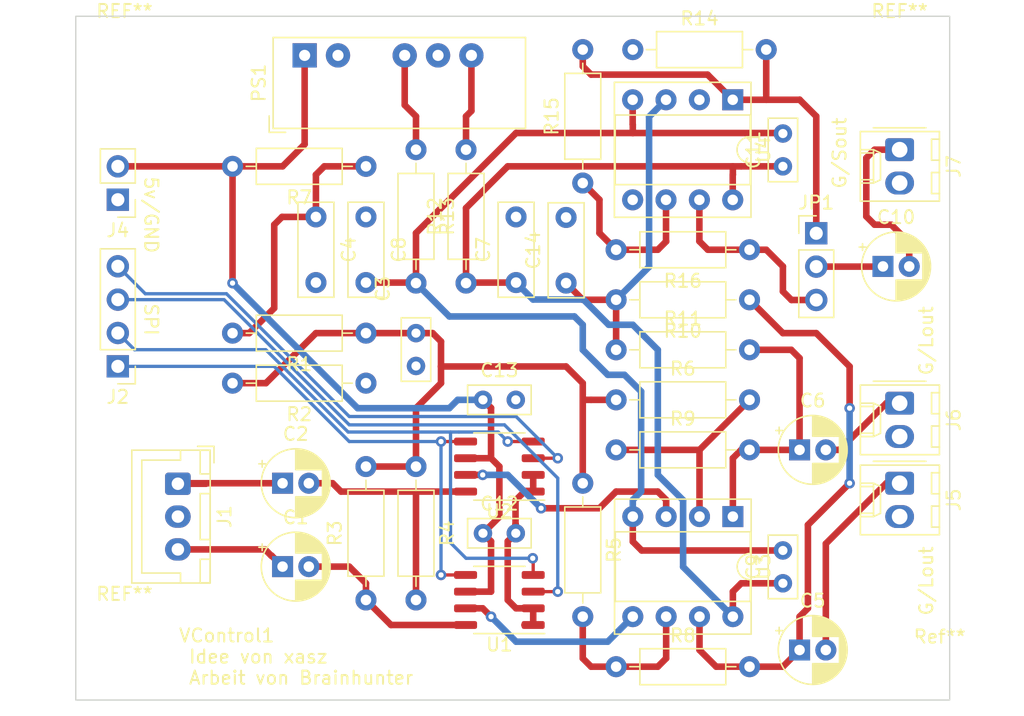
<source format=kicad_pcb>
(kicad_pcb (version 20211014) (generator pcbnew)
  (layers (0 "F.Cu" signal) (31 "B.Cu" signal) (34 "B.Paste" user) (35 "F.Paste" user) (36 "B.SilkS" user "B.Silkscreen") (37 "F.SilkS" user "F.Silkscreen") (38 "B.Mask" user) (39 "F.Mask" user) (44 "Edge.Cuts" user))
  (net 0 "")
  (net 1 "Net-(C1-Pad1)")
  (net 2 "Net-(C1-Pad2)")
  (net 3 "Net-(C2-Pad1)")
  (net 4 "Net-(C2-Pad2)")
  (net 5 "mid")
  (net 6 "GND")
  (net 7 "+5VA")
  (net 8 "Net-(C5-Pad1)")
  (net 9 "Net-(C5-Pad2)")
  (net 10 "Net-(C6-Pad1)")
  (net 11 "Net-(C6-Pad2)")
  (net 12 "+12VA")
  (net 13 "-12VA")
  (net 14 "Net-(C10-Pad1)")
  (net 15 "Net-(C10-Pad2)")
  (net 16 "+5V")
  (net 17 "Net-(PS1-Pad4)")
  (net 18 "Net-(PS1-Pad6)")
  (net 19 "Net-(R5-Pad2)")
  (net 20 "Net-(R6-Pad2)")
  (net 21 "Net-(R10-Pad2)")
  (net 22 "Net-(U1-Pad7)")
  (net 23 "Net-(U2-Pad7)")
  (net 24 "/CLK")
  (net 25 "/CS1")
  (net 26 "/CS2")
  (net 27 "/SDI")
  (net 28 "Net-(U4-Pad7)")
  (net 29 "Net-(U4-Pad6)")
  (net 30 "Net-(R15-Pad2)")
  (footprint "Package_DIP:DIP-8_W7.62mm_Socket" (layer "F.Cu") (at 75.282 52.9 -90)
    (fp_text reference "U3" (at 3.81 -2.33 -270) (layer "F.SilkS"))
    (fp_text value "TL082")
    (pad "1" thru_hole rect locked (at 0 0 270) (size 1.6 1.6) (drill 0.8) (layers *.Cu *.Mask) (net 10 "Net-(C6-Pad1)"))
    (pad "2" thru_hole oval locked (at 0 2.54 270) (size 1.6 1.6) (drill 0.8) (layers *.Cu *.Mask) (net 20 "Net-(R6-Pad2)"))
    (pad "3" thru_hole oval locked (at 0 5.08 270) (size 1.6 1.6) (drill 0.8) (layers *.Cu *.Mask) (net 23 "Net-(U2-Pad7)"))
    (pad "4" thru_hole oval locked (at 0 7.62 270) (size 1.6 1.6) (drill 0.8) (layers *.Cu *.Mask) (net 13 "-12VA"))
    (pad "5" thru_hole oval locked (at 7.62 7.62 270) (size 1.6 1.6) (drill 0.8) (layers *.Cu *.Mask) (net 22 "Net-(U1-Pad7)"))
    (pad "6" thru_hole oval locked (at 7.62 5.08 270) (size 1.6 1.6) (drill 0.8) (layers *.Cu *.Mask) (net 19 "Net-(R5-Pad2)"))
    (pad "7" thru_hole oval locked (at 7.62 2.54 270) (size 1.6 1.6) (drill 0.8) (layers *.Cu *.Mask) (net 8 "Net-(C5-Pad1)"))
    (pad "8" thru_hole oval locked (at 7.62 0 270) (size 1.6 1.6) (drill 0.8) (layers *.Cu *.Mask) (net 12 "+12VA"))
  )
  (footprint "Capacitor_THT:C_Rect_L4.6mm_W2.0mm_P2.50mm_MKS02_FKP02" (layer "F.Cu") (at 56.252 44.01)
    (fp_text reference "C13" (at 1.25 -2.25) (layer "F.SilkS"))
    (fp_text value "100n")
    (pad "1" thru_hole circle locked (at 0 0) (size 1.4 1.4) (drill 0.7) (layers *.Cu *.Mask) (net 16 "+5V"))
    (pad "2" thru_hole circle locked (at 2.5 0) (size 1.4 1.4) (drill 0.7) (layers *.Cu *.Mask) (net 6 "GND"))
  )
  (footprint "Resistor_THT:R_Axial_DIN0207_L6.3mm_D2.5mm_P10.16mm_Horizontal" (layer "F.Cu") (at 66.392 64.33)
    (fp_text reference "R8" (at 5.08 -2.37) (layer "F.SilkS"))
    (fp_text value "47k")
    (pad "1" thru_hole circle locked (at 0 0) (size 1.6 1.6) (drill 0.8) (layers *.Cu *.Mask) (net 19 "Net-(R5-Pad2)"))
    (pad "2" thru_hole oval locked (at 10.16 0) (size 1.6 1.6) (drill 0.8) (layers *.Cu *.Mask) (net 8 "Net-(C5-Pad1)"))
  )
  (footprint "Connector_PinHeader_2.54mm:PinHeader_1x03_P2.54mm_Vertical" (layer "F.Cu") (at 81.632 31.325)
    (fp_text reference "JP1" (at 0 -2.33) (layer "F.SilkS"))
    (fp_text value "Sub out invert select")
    (pad "1" thru_hole rect locked (at 0 0) (size 1.7 1.7) (drill 1) (layers *.Cu *.Mask) (net 30 "Net-(R15-Pad2)"))
    (pad "2" thru_hole oval locked (at 0 2.54) (size 1.7 1.7) (drill 1) (layers *.Cu *.Mask) (net 14 "Net-(C10-Pad1)"))
    (pad "3" thru_hole oval locked (at 0 5.08) (size 1.7 1.7) (drill 1) (layers *.Cu *.Mask) (net 28 "Net-(U4-Pad7)"))
  )
  (footprint "Resistor_THT:R_Axial_DIN0207_L6.3mm_D2.5mm_P10.16mm_Horizontal" (layer "F.Cu") (at 76.552 36.39 180)
    (fp_text reference "R10" (at 5.08 -2.37) (layer "F.SilkS"))
    (fp_text value "20K")
    (pad "1" thru_hole circle locked (at 0 0 180) (size 1.6 1.6) (drill 0.8) (layers *.Cu *.Mask) (net 8 "Net-(C5-Pad1)"))
    (pad "2" thru_hole oval locked (at 10.16 0 180) (size 1.6 1.6) (drill 0.8) (layers *.Cu *.Mask) (net 21 "Net-(R10-Pad2)"))
  )
  (footprint "Resistor_THT:R_Axial_DIN0207_L6.3mm_D2.5mm_P10.16mm_Horizontal" (layer "F.Cu") (at 66.392 44.01)
    (fp_text reference "R6" (at 5.08 -2.37) (layer "F.SilkS"))
    (fp_text value "12k")
    (pad "1" thru_hole circle locked (at 0 0) (size 1.6 1.6) (drill 0.8) (layers *.Cu *.Mask) (net 5 "mid"))
    (pad "2" thru_hole oval locked (at 10.16 0) (size 1.6 1.6) (drill 0.8) (layers *.Cu *.Mask) (net 20 "Net-(R6-Pad2)"))
  )
  (footprint "Resistor_THT:R_Axial_DIN0207_L6.3mm_D2.5mm_P10.16mm_Horizontal" (layer "F.Cu") (at 67.662 17.34)
    (fp_text reference "R14" (at 5.08 -2.37) (layer "F.SilkS"))
    (fp_text value "10K")
    (pad "1" thru_hole circle locked (at 0 0) (size 1.6 1.6) (drill 0.8) (layers *.Cu *.Mask) (net 6 "GND"))
    (pad "2" thru_hole oval locked (at 10.16 0) (size 1.6 1.6) (drill 0.8) (layers *.Cu *.Mask) (net 30 "Net-(R15-Pad2)"))
  )
  (footprint "Capacitor_THT:CP_Radial_D5.0mm_P2.00mm" (layer "F.Cu") (at 80.362 47.82)
    (fp_text reference "C6" (at 1 -3.75) (layer "F.SilkS"))
    (fp_text value "C_Polarized 10µF 50V")
    (pad "1" thru_hole rect locked (at 0 0) (size 1.6 1.6) (drill 0.8) (layers *.Cu *.Mask) (net 10 "Net-(C6-Pad1)"))
    (pad "2" thru_hole circle locked (at 2 0) (size 1.6 1.6) (drill 0.8) (layers *.Cu *.Mask) (net 11 "Net-(C6-Pad2)"))
  )
  (footprint "Connector_JST:JST_XH_B3B-XH-A_1x03_P2.50mm_Vertical" (layer "F.Cu") (at 33.02 50.4 -90)
    (fp_text reference "J1" (at 2.5 -3.55 90) (layer "F.SilkS"))
    (fp_text value "Input R/GND/L")
    (pad "1" thru_hole roundrect locked (at 0 0 270) (size 1.7 1.95) (drill 0.95) (layers *.Cu *.Mask) (roundrect_rratio 0.147059) (net 3 "Net-(C2-Pad1)"))
    (pad "2" thru_hole oval locked (at 2.5 0 270) (size 1.7 1.95) (drill 0.95) (layers *.Cu *.Mask) (net 6 "GND"))
    (pad "3" thru_hole oval locked (at 5 0 270) (size 1.7 1.95) (drill 0.95) (layers *.Cu *.Mask) (net 1 "Net-(C1-Pad1)"))
  )
  (footprint "Connector_PinHeader_2.54mm:PinHeader_1x02_P2.54mm_Vertical" (layer "F.Cu") (at 28.448 28.77 180)
    (fp_text reference "J4" (at 0 -2.33) (layer "F.SilkS"))
    (fp_text value "5V Supply")
    (pad "1" thru_hole rect locked (at 0 0 180) (size 1.7 1.7) (drill 1) (layers *.Cu *.Mask) (net 6 "GND"))
    (pad "2" thru_hole oval locked (at 0 2.54 180) (size 1.7 1.7) (drill 1) (layers *.Cu *.Mask) (net 16 "+5V"))
  )
  (footprint "Connector_PinHeader_2.54mm:PinHeader_1x04_P2.54mm_Vertical" (layer "F.Cu") (at 28.448 41.46 180)
    (fp_text reference "J2" (at 0 -2.33) (layer "F.SilkS"))
    (fp_text value "SPI")
    (pad "1" thru_hole rect locked (at 0 0 180) (size 1.7 1.7) (drill 1) (layers *.Cu *.Mask) (net 24 "/CLK"))
    (pad "2" thru_hole oval locked (at 0 2.54 180) (size 1.7 1.7) (drill 1) (layers *.Cu *.Mask) (net 27 "/SDI"))
    (pad "3" thru_hole oval locked (at 0 5.08 180) (size 1.7 1.7) (drill 1) (layers *.Cu *.Mask) (net 25 "/CS1"))
    (pad "4" thru_hole oval locked (at 0 7.62 180) (size 1.7 1.7) (drill 1) (layers *.Cu *.Mask) (net 26 "/CS2"))
  )
  (footprint "Connector_Molex:Molex_KK-254_AE-6410-02A_1x02_P2.54mm_Vertical" (layer "F.Cu") (at 87.982 24.96 -90)
    (fp_text reference "J7" (at 1.27 -4.12 90) (layer "F.SilkS"))
    (fp_text value "SubOut")
    (pad "1" thru_hole roundrect locked (at 0 0 270) (size 1.74 2.19) (drill 1.19) (layers *.Cu *.Mask) (roundrect_rratio 0.143678) (net 15 "Net-(C10-Pad2)"))
    (pad "2" thru_hole oval locked (at 2.54 0 270) (size 1.74 2.19) (drill 1.19) (layers *.Cu *.Mask) (net 6 "GND"))
  )
  (footprint "Capacitor_THT:C_Rect_L7.0mm_W2.5mm_P5.00mm" (layer "F.Cu") (at 43.532 30.08 -90)
    (fp_text reference "C4" (at 2.5 -2.5 -270) (layer "F.SilkS"))
    (fp_text value "1u")
    (pad "1" thru_hole circle locked (at 0 0 270) (size 1.6 1.6) (drill 0.8) (layers *.Cu *.Mask) (net 7 "+5VA"))
    (pad "2" thru_hole circle locked (at 5 0 270) (size 1.6 1.6) (drill 0.8) (layers *.Cu *.Mask) (net 6 "GND"))
  )
  (footprint "Connector_Molex:Molex_KK-254_AE-6410-02A_1x02_P2.54mm_Vertical" (layer "F.Cu") (at 87.982 50.36 -90)
    (fp_text reference "J5" (at 1.27 -4.12 90) (layer "F.SilkS"))
    (fp_text value "Lout")
    (pad "1" thru_hole roundrect locked (at 0 0 270) (size 1.74 2.19) (drill 1.19) (layers *.Cu *.Mask) (roundrect_rratio 0.143678) (net 9 "Net-(C5-Pad2)"))
    (pad "2" thru_hole oval locked (at 2.54 0 270) (size 1.74 2.19) (drill 1.19) (layers *.Cu *.Mask) (net 6 "GND"))
  )
  (footprint "Capacitor_THT:C_Rect_L4.6mm_W2.0mm_P2.50mm_MKS02_FKP02" (layer "F.Cu") (at 56.252 54.17)
    (fp_text reference "C12" (at 1.25 -2.25) (layer "F.SilkS"))
    (fp_text value "100n")
    (pad "1" thru_hole circle locked (at 0 0) (size 1.4 1.4) (drill 0.7) (layers *.Cu *.Mask) (net 16 "+5V"))
    (pad "2" thru_hole circle locked (at 2.5 0) (size 1.4 1.4) (drill 0.7) (layers *.Cu *.Mask) (net 6 "GND"))
  )
  (footprint "Capacitor_THT:CP_Radial_D5.0mm_P2.00mm" (layer "F.Cu") (at 80.362 63.06)
    (fp_text reference "C5" (at 1 -3.75) (layer "F.SilkS"))
    (fp_text value "C_Polarized 10µF 50V")
    (pad "1" thru_hole rect locked (at 0 0) (size 1.6 1.6) (drill 0.8) (layers *.Cu *.Mask) (net 8 "Net-(C5-Pad1)"))
    (pad "2" thru_hole circle locked (at 2 0) (size 1.6 1.6) (drill 0.8) (layers *.Cu *.Mask) (net 9 "Net-(C5-Pad2)"))
  )
  (footprint "Capacitor_THT:C_Rect_L7.0mm_W2.5mm_P5.00mm" (layer "F.Cu") (at 47.342 30.08 -90)
    (fp_text reference "C8" (at 2.5 -2.5 90) (layer "F.SilkS"))
    (fp_text value "1u")
    (pad "1" thru_hole circle locked (at 0 0 270) (size 1.6 1.6) (drill 0.8) (layers *.Cu *.Mask) (net 6 "GND"))
    (pad "2" thru_hole circle locked (at 5 0 270) (size 1.6 1.6) (drill 0.8) (layers *.Cu *.Mask) (net 13 "-12VA"))
  )
  (footprint "Package_SO:SO-8_3.9x4.9mm_P1.27mm" (layer "F.Cu") (at 57.502 49.09 180)
    (fp_text reference "U2" (at 0 -3.4) (layer "F.SilkS"))
    (fp_text value "AD8400ARZ100")
    (pad "1" smd roundrect locked (at -2.575 -1.905 180) (size 1.75 0.6) (layers "F.Cu" "F.Paste" "F.Mask") (net 6 "GND"))
    (pad "2" smd roundrect locked (at -2.575 -0.635 180) (size 1.75 0.6) (layers "F.Cu" "F.Paste" "F.Mask") (net 6 "GND"))
    (pad "3" smd roundrect locked (at -2.575 0.635 180) (size 1.75 0.6) (layers "F.Cu" "F.Paste" "F.Mask") (net 26 "/CS2"))
    (pad "4" smd roundrect locked (at -2.575 1.905 180) (size 1.75 0.6) (layers "F.Cu" "F.Paste" "F.Mask") (net 27 "/SDI"))
    (pad "5" smd roundrect locked (at 2.575 1.905 180) (size 1.75 0.6) (layers "F.Cu" "F.Paste" "F.Mask") (net 24 "/CLK"))
    (pad "6" smd roundrect locked (at 2.575 0.635 180) (size 1.75 0.6) (layers "F.Cu" "F.Paste" "F.Mask") (net 16 "+5V"))
    (pad "7" smd roundrect locked (at 2.575 -0.635 180) (size 1.75 0.6) (layers "F.Cu" "F.Paste" "F.Mask") (net 23 "Net-(U2-Pad7)"))
    (pad "8" smd roundrect locked (at 2.575 -1.905 180) (size 1.75 0.6) (layers "F.Cu" "F.Paste" "F.Mask") (net 4 "Net-(C2-Pad2)"))
  )
  (footprint "Resistor_THT:R_Axial_DIN0207_L6.3mm_D2.5mm_P10.16mm_Horizontal" (layer "F.Cu") (at 63.852 27.5 90)
    (fp_text reference "R15" (at 5.08 -2.37 90) (layer "F.SilkS"))
    (fp_text value "10K")
    (pad "1" thru_hole circle locked (at 0 0 90) (size 1.6 1.6) (drill 0.8) (layers *.Cu *.Mask) (net 29 "Net-(U4-Pad6)"))
    (pad "2" thru_hole oval locked (at 10.16 0 90) (size 1.6 1.6) (drill 0.8) (layers *.Cu *.Mask) (net 30 "Net-(R15-Pad2)"))
  )
  (footprint "Capacitor_THT:C_Rect_L7.0mm_W2.5mm_P5.00mm" (layer "F.Cu") (at 62.582 35.12 90)
    (fp_text reference "C14" (at 2.5 -2.5 90) (layer "F.SilkS"))
    (fp_text value "n.b.")
    (pad "1" thru_hole circle locked (at 0 0 90) (size 1.6 1.6) (drill 0.8) (layers *.Cu *.Mask) (net 21 "Net-(R10-Pad2)"))
    (pad "2" thru_hole circle locked (at 5 0 90) (size 1.6 1.6) (drill 0.8) (layers *.Cu *.Mask) (net 6 "GND"))
  )
  (footprint "Package_DIP:DIP-8_W7.62mm_Socket" (layer "F.Cu") (at 75.272 21.16 -90)
    (fp_text reference "U4" (at 3.81 -2.33 90) (layer "F.SilkS"))
    (fp_text value "TL082")
    (pad "1" thru_hole rect locked (at 0 0 270) (size 1.6 1.6) (drill 0.8) (layers *.Cu *.Mask) (net 30 "Net-(R15-Pad2)"))
    (pad "2" thru_hole oval locked (at 0 2.54 270) (size 1.6 1.6) (drill 0.8) (layers *.Cu *.Mask) (net 6 "GND"))
    (pad "3" thru_hole oval locked (at 0 5.08 270) (size 1.6 1.6) (drill 0.8) (layers *.Cu *.Mask) (net 21 "Net-(R10-Pad2)"))
    (pad "4" thru_hole oval locked (at 0 7.62 270) (size 1.6 1.6) (drill 0.8) (layers *.Cu *.Mask) (net 13 "-12VA"))
    (pad "5" thru_hole oval locked (at 7.62 7.62 270) (size 1.6 1.6) (drill 0.8) (layers *.Cu *.Mask) (net 6 "GND"))
    (pad "6" thru_hole oval locked (at 7.62 5.08 270) (size 1.6 1.6) (drill 0.8) (layers *.Cu *.Mask) (net 29 "Net-(U4-Pad6)"))
    (pad "7" thru_hole oval locked (at 7.62 2.54 270) (size 1.6 1.6) (drill 0.8) (layers *.Cu *.Mask) (net 28 "Net-(U4-Pad7)"))
    (pad "8" thru_hole oval locked (at 7.62 0 270) (size 1.6 1.6) (drill 0.8) (layers *.Cu *.Mask) (net 12 "+12VA"))
  )
  (footprint "Capacitor_THT:CP_Radial_D5.0mm_P2.00mm" (layer "F.Cu") (at 40.992 56.71)
    (fp_text reference "C1" (at 1 -3.75) (layer "F.SilkS"))
    (fp_text value "C_Polarized 10µF 50V")
    (pad "1" thru_hole rect locked (at 0 0) (size 1.6 1.6) (drill 0.8) (layers *.Cu *.Mask) (net 1 "Net-(C1-Pad1)"))
    (pad "2" thru_hole circle locked (at 2 0) (size 1.6 1.6) (drill 0.8) (layers *.Cu *.Mask) (net 2 "Net-(C1-Pad2)"))
  )
  (footprint "Capacitor_THT:CP_Radial_D5.0mm_P2.00mm" (layer "F.Cu") (at 40.992 50.36)
    (fp_text reference "C2" (at 1 -3.75) (layer "F.SilkS"))
    (fp_text value "C_Polarized 10µF 50V")
    (pad "1" thru_hole rect locked (at 0 0) (size 1.6 1.6) (drill 0.8) (layers *.Cu *.Mask) (net 3 "Net-(C2-Pad1)"))
    (pad "2" thru_hole circle locked (at 2 0) (size 1.6 1.6) (drill 0.8) (layers *.Cu *.Mask) (net 4 "Net-(C2-Pad2)"))
  )
  (footprint "Resistor_THT:R_Axial_DIN0207_L6.3mm_D2.5mm_P10.16mm_Horizontal" (layer "F.Cu") (at 66.392 40.2)
    (fp_text reference "R11" (at 5.08 -2.37) (layer "F.SilkS"))
    (fp_text value "20K")
    (pad "1" thru_hole circle locked (at 0 0) (size 1.6 1.6) (drill 0.8) (layers *.Cu *.Mask) (net 21 "Net-(R10-Pad2)"))
    (pad "2" thru_hole oval locked (at 10.16 0) (size 1.6 1.6) (drill 0.8) (layers *.Cu *.Mask) (net 10 "Net-(C6-Pad1)"))
  )
  (footprint "Resistor_THT:R_Axial_DIN0207_L6.3mm_D2.5mm_P10.16mm_Horizontal" (layer "F.Cu") (at 47.342 59.25 90)
    (fp_text reference "R3" (at 5.08 -2.37 90) (layer "F.SilkS"))
    (fp_text value "100k")
    (pad "1" thru_hole circle locked (at 0 0 90) (size 1.6 1.6) (drill 0.8) (layers *.Cu *.Mask) (net 2 "Net-(C1-Pad2)"))
    (pad "2" thru_hole oval locked (at 10.16 0 90) (size 1.6 1.6) (drill 0.8) (layers *.Cu *.Mask) (net 5 "mid"))
  )
  (footprint "Resistor_THT:R_Axial_DIN0207_L6.3mm_D2.5mm_P10.16mm_Horizontal" (layer "F.Cu") (at 54.962 35.12 90)
    (fp_text reference "R12" (at 5.08 -2.37 90) (layer "F.SilkS"))
    (fp_text value "100")
    (pad "1" thru_hole circle locked (at 0 0 90) (size 1.6 1.6) (drill 0.8) (layers *.Cu *.Mask) (net 12 "+12VA"))
    (pad "2" thru_hole oval locked (at 10.16 0 90) (size 1.6 1.6) (drill 0.8) (layers *.Cu *.Mask) (net 18 "Net-(PS1-Pad6)"))
  )
  (footprint "MountingHole:MountingHole_3.2mm_M3" (layer "F.Cu") (at 87.982 63.06)
    (fp_text reference "Ref**" (at 3.048 -1.016) (layer "F.SilkS"))
    (fp_text value "MountingHole_3.2mm_M3")
    (pad "" np_thru_hole circle locked (at 0 0) (size 3.2 3.2) (drill 3.2) (layers *.Cu *.Mask))
  )
  (footprint "Package_SO:SO-8_3.9x4.9mm_P1.27mm" (layer "F.Cu") (at 57.502 59.25 180)
    (fp_text reference "U1" (at 0 -3.4) (layer "F.SilkS"))
    (fp_text value "AD8400ARZ100")
    (pad "1" smd roundrect locked (at -2.575 -1.905 180) (size 1.75 0.6) (layers "F.Cu" "F.Paste" "F.Mask") (net 6 "GND"))
    (pad "2" smd roundrect locked (at -2.575 -0.635 180) (size 1.75 0.6) (layers "F.Cu" "F.Paste" "F.Mask") (net 6 "GND"))
    (pad "3" smd roundrect locked (at -2.575 0.635 180) (size 1.75 0.6) (layers "F.Cu" "F.Paste" "F.Mask") (net 25 "/CS1"))
    (pad "4" smd roundrect locked (at -2.575 1.905 180) (size 1.75 0.6) (layers "F.Cu" "F.Paste" "F.Mask") (net 27 "/SDI"))
    (pad "5" smd roundrect locked (at 2.575 1.905 180) (size 1.75 0.6) (layers "F.Cu" "F.Paste" "F.Mask") (net 24 "/CLK"))
    (pad "6" smd roundrect locked (at 2.575 0.635 180) (size 1.75 0.6) (layers "F.Cu" "F.Paste" "F.Mask") (net 16 "+5V"))
    (pad "7" smd roundrect locked (at 2.575 -0.635 180) (size 1.75 0.6) (layers "F.Cu" "F.Paste" "F.Mask") (net 22 "Net-(U1-Pad7)"))
    (pad "8" smd roundrect locked (at 2.575 -1.905 180) (size 1.75 0.6) (layers "F.Cu" "F.Paste" "F.Mask") (net 2 "Net-(C1-Pad2)"))
  )
  (footprint "Resistor_THT:R_Axial_DIN0207_L6.3mm_D2.5mm_P10.16mm_Horizontal" (layer "F.Cu") (at 76.552 32.58 180)
    (fp_text reference "R16" (at 5.08 -2.37) (layer "F.SilkS"))
    (fp_text value "10K")
    (pad "1" thru_hole circle locked (at 0 0 180) (size 1.6 1.6) (drill 0.8) (layers *.Cu *.Mask) (net 28 "Net-(U4-Pad7)"))
    (pad "2" thru_hole oval locked (at 10.16 0 180) (size 1.6 1.6) (drill 0.8) (layers *.Cu *.Mask) (net 29 "Net-(U4-Pad6)"))
  )
  (footprint "Connector_Molex:Molex_KK-254_AE-6410-02A_1x02_P2.54mm_Vertical" (layer "F.Cu") (at 87.982 44.264 -90)
    (fp_text reference "J6" (at 1.27 -4.12 90) (layer "F.SilkS"))
    (fp_text value "Rout")
    (pad "1" thru_hole roundrect locked (at 0 0 270) (size 1.74 2.19) (drill 1.19) (layers *.Cu *.Mask) (roundrect_rratio 0.143678) (net 11 "Net-(C6-Pad2)"))
    (pad "2" thru_hole oval locked (at 2.54 0 270) (size 1.74 2.19) (drill 1.19) (layers *.Cu *.Mask) (net 6 "GND"))
  )
  (footprint "Resistor_THT:R_Axial_DIN0207_L6.3mm_D2.5mm_P10.16mm_Horizontal" (layer "F.Cu") (at 47.342 38.93 180)
    (fp_text reference "R1" (at 5.08 -2.37) (layer "F.SilkS"))
    (fp_text value "100k")
    (pad "1" thru_hole circle locked (at 0 0 180) (size 1.6 1.6) (drill 0.8) (layers *.Cu *.Mask) (net 5 "mid"))
    (pad "2" thru_hole oval locked (at 10.16 0 180) (size 1.6 1.6) (drill 0.8) (layers *.Cu *.Mask) (net 7 "+5VA"))
  )
  (footprint "Resistor_THT:R_Axial_DIN0207_L6.3mm_D2.5mm_P10.16mm_Horizontal" (layer "F.Cu") (at 51.152 24.96 -90)
    (fp_text reference "R13" (at 5.08 -2.37 90) (layer "F.SilkS"))
    (fp_text value "100")
    (pad "1" thru_hole circle locked (at 0 0 270) (size 1.6 1.6) (drill 0.8) (layers *.Cu *.Mask) (net 17 "Net-(PS1-Pad4)"))
    (pad "2" thru_hole oval locked (at 10.16 0 270) (size 1.6 1.6) (drill 0.8) (layers *.Cu *.Mask) (net 13 "-12VA"))
  )
  (footprint "Resistor_THT:R_Axial_DIN0207_L6.3mm_D2.5mm_P10.16mm_Horizontal" (layer "F.Cu") (at 47.342 42.74 180)
    (fp_text reference "R2" (at 5.08 -2.37) (layer "F.SilkS"))
    (fp_text value "100k")
    (pad "1" thru_hole circle locked (at 0 0 180) (size 1.6 1.6) (drill 0.8) (layers *.Cu *.Mask) (net 6 "GND"))
    (pad "2" thru_hole oval locked (at 10.16 0 180) (size 1.6 1.6) (drill 0.8) (layers *.Cu *.Mask) (net 5 "mid"))
  )
  (footprint "Resistor_THT:R_Axial_DIN0207_L6.3mm_D2.5mm_P10.16mm_Horizontal" (layer "F.Cu") (at 63.852 50.36 -90)
    (fp_text reference "R5" (at 5.08 -2.37 90) (layer "F.SilkS"))
    (fp_text value "12k")
    (pad "1" thru_hole circle locked (at 0 0 270) (size 1.6 1.6) (drill 0.8) (layers *.Cu *.Mask) (net 5 "mid"))
    (pad "2" thru_hole oval locked (at 10.16 0 270) (size 1.6 1.6) (drill 0.8) (layers *.Cu *.Mask) (net 19 "Net-(R5-Pad2)"))
  )
  (footprint "Capacitor_THT:C_Rect_L4.6mm_W2.0mm_P2.50mm_MKS02_FKP02" (layer "F.Cu") (at 51.152 38.93 -90)
    (fp_text reference "C3" (at -3.3728 2.5252 90) (layer "F.SilkS"))
    (fp_text value "100n")
    (pad "1" thru_hole circle locked (at 0 0 270) (size 1.4 1.4) (drill 0.7) (layers *.Cu *.Mask) (net 5 "mid"))
    (pad "2" thru_hole circle locked (at 2.5 0 270) (size 1.4 1.4) (drill 0.7) (layers *.Cu *.Mask) (net 6 "GND"))
  )
  (footprint "Resistor_THT:R_Axial_DIN0207_L6.3mm_D2.5mm_P10.16mm_Horizontal" (layer "F.Cu") (at 51.152 49.09 -90)
    (fp_text reference "R4" (at 5.08 -2.37 90) (layer "F.SilkS"))
    (fp_text value "100k")
    (pad "1" thru_hole circle locked (at 0 0 270) (size 1.6 1.6) (drill 0.8) (layers *.Cu *.Mask) (net 5 "mid"))
    (pad "2" thru_hole oval locked (at 10.16 0 270) (size 1.6 1.6) (drill 0.8) (layers *.Cu *.Mask) (net 4 "Net-(C2-Pad2)"))
  )
  (footprint "MountingHole:MountingHole_3.2mm_M3" (layer "F.Cu") (at 28.956 62.992)
    (fp_text reference "REF**" (at 0 -4.2) (layer "F.SilkS"))
    (fp_text value "MountingHole_3.2mm_M3")
    (pad "" np_thru_hole circle locked (at 0 0) (size 3.2 3.2) (drill 3.2) (layers *.Cu *.Mask))
  )
  (footprint "MountingHole:MountingHole_3.2mm_M3" (layer "F.Cu") (at 87.982 18.61)
    (fp_text reference "REF**" (at 0 -4.2) (layer "F.SilkS"))
    (fp_text value "MountingHole_3.2mm_M3")
    (pad "" np_thru_hole circle locked (at 0 0) (size 3.2 3.2) (drill 3.2) (layers *.Cu *.Mask))
  )
  (footprint "MountingHole:MountingHole_3.2mm_M3" (layer "F.Cu") (at 28.956 18.61)
    (fp_text reference "REF**" (at 0 -4.2) (layer "F.SilkS"))
    (fp_text value "MountingHole_3.2mm_M3")
    (pad "" np_thru_hole circle locked (at 0 0) (size 3.2 3.2) (drill 3.2) (layers *.Cu *.Mask))
  )
  (footprint "Capacitor_THT:C_Rect_L4.6mm_W2.0mm_P2.50mm_MKS02_FKP02" (layer "F.Cu") (at 79.092 57.98 90)
    (fp_text reference "C9" (at 1.25 -2.25 90) (layer "F.SilkS"))
    (fp_text value "100n")
    (pad "1" thru_hole circle locked (at 0 0 90) (size 1.4 1.4) (drill 0.7) (layers *.Cu *.Mask) (net 12 "+12VA"))
    (pad "2" thru_hole circle locked (at 2.5 0 90) (size 1.4 1.4) (drill 0.7) (layers *.Cu *.Mask) (net 13 "-12VA"))
  )
  (footprint "Resistor_THT:R_Axial_DIN0207_L6.3mm_D2.5mm_P10.16mm_Horizontal" (layer "F.Cu") (at 66.392 47.82)
    (fp_text reference "R9" (at 5.08 -2.37) (layer "F.SilkS"))
    (fp_text value "47k")
    (pad "1" thru_hole circle locked (at 0 0) (size 1.6 1.6) (drill 0.8) (layers *.Cu *.Mask) (net 20 "Net-(R6-Pad2)"))
    (pad "2" thru_hole oval locked (at 10.16 0) (size 1.6 1.6) (drill 0.8) (layers *.Cu *.Mask) (net 10 "Net-(C6-Pad1)"))
  )
  (footprint "Capacitor_THT:C_Rect_L7.0mm_W2.5mm_P5.00mm" (layer "F.Cu") (at 58.772 35.08 90)
    (fp_text reference "C7" (at 2.5 -2.5 90) (layer "F.SilkS"))
    (fp_text value "1u")
    (pad "1" thru_hole circle locked (at 0 0 90) (size 1.6 1.6) (drill 0.8) (layers *.Cu *.Mask) (net 12 "+12VA"))
    (pad "2" thru_hole circle locked (at 5 0 90) (size 1.6 1.6) (drill 0.8) (layers *.Cu *.Mask) (net 6 "GND"))
  )
  (footprint "Converter_DCDC:Converter_DCDC_XP_POWER-IHxxxxS_THT" (layer "F.Cu") (at 42.672 17.78 90)
    (fp_text reference "PS1" (at -2.1 -3.49 90) (layer "F.SilkS"))
    (fp_text value "IH0512S")
    (pad "1" thru_hole rect locked (at 0 0 90) (size 1.85 1.85) (drill 0.85) (layers *.Cu *.Mask) (net 16 "+5V"))
    (pad "2" thru_hole circle locked (at 0 2.54 90) (size 1.85 1.85) (drill 0.85) (layers *.Cu *.Mask) (net 6 "GND"))
    (pad "4" thru_hole circle locked (at 0 7.62 90) (size 1.85 1.85) (drill 0.85) (layers *.Cu *.Mask) (net 17 "Net-(PS1-Pad4)"))
    (pad "5" thru_hole circle locked (at 0 10.16 90) (size 1.85 1.85) (drill 0.85) (layers *.Cu *.Mask) (net 6 "GND"))
    (pad "6" thru_hole circle locked (at 0 12.7 90) (size 1.85 1.85) (drill 0.85) (layers *.Cu *.Mask) (net 18 "Net-(PS1-Pad6)"))
  )
  (footprint "Resistor_THT:R_Axial_DIN0207_L6.3mm_D2.5mm_P10.16mm_Horizontal" (layer "F.Cu") (at 47.342 26.23 180)
    (fp_text reference "R7" (at 5.08 -2.37) (layer "F.SilkS"))
    (fp_text value "100")
    (pad "1" thru_hole circle locked (at 0 0 180) (size 1.6 1.6) (drill 0.8) (layers *.Cu *.Mask) (net 7 "+5VA"))
    (pad "2" thru_hole oval locked (at 10.16 0 180) (size 1.6 1.6) (drill 0.8) (layers *.Cu *.Mask) (net 16 "+5V"))
  )
  (footprint "Capacitor_THT:CP_Radial_D5.0mm_P2.00mm" (layer "F.Cu") (at 86.712 33.85)
    (fp_text reference "C10" (at 1 -3.75) (layer "F.SilkS"))
    (fp_text value "C_Polarized 10µF 50V")
    (pad "1" thru_hole rect locked (at 0 0) (size 1.6 1.6) (drill 0.8) (layers *.Cu *.Mask) (net 14 "Net-(C10-Pad1)"))
    (pad "2" thru_hole circle locked (at 2 0) (size 1.6 1.6) (drill 0.8) (layers *.Cu *.Mask) (net 15 "Net-(C10-Pad2)"))
  )
  (footprint "Capacitor_THT:C_Rect_L4.6mm_W2.0mm_P2.50mm_MKS02_FKP02" (layer "F.Cu") (at 79.092 26.23 90)
    (fp_text reference "C11" (at 1.25 -2.25 90) (layer "F.SilkS"))
    (fp_text value "100n")
    (pad "1" thru_hole circle locked (at 0 0 90) (size 1.4 1.4) (drill 0.7) (layers *.Cu *.Mask) (net 12 "+12VA"))
    (pad "2" thru_hole circle locked (at 2.5 0 90) (size 1.4 1.4) (drill 0.7) (layers *.Cu *.Mask) (net 13 "-12VA"))
  )
  (gr_rect (start 25.244 66.87) (end 91.792 14.8) (layer "Edge.Cuts") (width 0.1) (fill none))
  (gr_text "G/Sout" (at 83.41 28.008 90) (layer "F.SilkS") (effects (font (size 1 1)) (justify left)))
  (gr_text "VControl1\n Idee von xasz\n Arbeit von Brainhunter" (at 33.02 63.568) (layer "F.SilkS") (effects (font (size 1 1)) (justify left)))
  (gr_text "SPI" (at 30.988 36.576 270) (layer "F.SilkS") (effects (font (size 1 1)) (justify left)))
  (gr_text "G/Lout" (at 90.014 42.232 90) (layer "F.SilkS") (effects (font (size 1 1)) (justify left)))
  (gr_text "5v/GND" (at 30.988 26.924 270) (layer "F.SilkS") (effects (font (size 1 1)) (justify left)))
  (gr_text "G/Lout" (at 90.014 60.52 90) (layer "F.SilkS") (effects (font (size 1 1)) (justify left)))
  (segment (start 40.162 55.88) (end 40.132 55.88) (width 0.5) (layer "F.Cu") (net 1))
  (segment (start 39.652 55.4) (end 33.02 55.4) (width 0.5) (layer "F.Cu") (net 1))
  (segment (start 40.132 55.88) (end 39.652 55.4) (width 0.5) (layer "F.Cu") (net 1))
  (segment (start 40.992 56.71) (end 40.162 55.88) (width 0.5) (layer "F.Cu") (net 1))
  (segment (start 42.992 56.71) (end 46.072 56.71) (width 0.5) (layer "F.Cu") (net 2))
  (segment (start 49.247 61.155) (end 47.342 59.25) (width 0.5) (layer "F.Cu") (net 2))
  (segment (start 54.927 61.155) (end 49.247 61.155) (width 0.5) (layer "F.Cu") (net 2))
  (segment (start 47.342 57.98) (end 47.342 59.25) (width 0.5) (layer "F.Cu") (net 2))
  (segment (start 46.072 56.71) (end 47.342 57.98) (width 0.5) (layer "F.Cu") (net 2))
  (segment (start 40.992 50.36) (end 33.06 50.36) (width 0.5) (layer "F.Cu") (net 3))
  (segment (start 33.02 50.4) (end 35.167 50.4) (width 0.5) (layer "F.Cu") (net 3))
  (segment (start 33.06 50.36) (end 33.02 50.4) (width 0.5) (layer "F.Cu") (net 3))
  (segment (start 45.437 50.995) (end 44.802 50.36) (width 0.5) (layer "F.Cu") (net 4))
  (segment (start 51.152 59.25) (end 51.152 50.995) (width 0.5) (layer "F.Cu") (net 4))
  (segment (start 54.927 50.995) (end 51.152 50.995) (width 0.5) (layer "F.Cu") (net 4))
  (segment (start 44.802 50.36) (end 42.992 50.36) (width 0.5) (layer "F.Cu") (net 4))
  (segment (start 51.152 50.995) (end 45.437 50.995) (width 0.5) (layer "F.Cu") (net 4))
  (segment (start 37.182 42.74) (end 39.722 42.74) (width 0.5) (layer "F.Cu") (net 5))
  (segment (start 63.852 44.01) (end 63.852 42.74) (width 0.5) (layer "F.Cu") (net 5))
  (segment (start 63.852 42.74) (end 62.582 41.47) (width 0.5) (layer "F.Cu") (net 5))
  (segment (start 51.152 38.93) (end 52.422 38.93) (width 0.5) (layer "F.Cu") (net 5))
  (segment (start 43.532 38.93) (end 47.342 38.93) (width 0.5) (layer "F.Cu") (net 5))
  (segment (start 51.152 49.09) (end 51.152 44.645) (width 0.5) (layer "F.Cu") (net 5))
  (segment (start 39.722 42.74) (end 43.532 38.93) (width 0.5) (layer "F.Cu") (net 5))
  (segment (start 53.057 42.74) (end 53.057 41.47) (width 0.5) (layer "F.Cu") (net 5))
  (segment (start 47.342 49.09) (end 51.152 49.09) (width 0.5) (layer "F.Cu") (net 5))
  (segment (start 63.852 44.01) (end 64.487 44.01) (width 0.5) (layer "F.Cu") (net 5))
  (segment (start 64.487 44.01) (end 66.392 44.01) (width 0.5) (layer "F.Cu") (net 5))
  (segment (start 52.422 38.93) (end 53.057 39.565) (width 0.5) (layer "F.Cu") (net 5))
  (segment (start 47.342 38.93) (end 51.152 38.93) (width 0.5) (layer "F.Cu") (net 5))
  (segment (start 62.582 41.47) (end 53.057 41.47) (width 0.5) (layer "F.Cu") (net 5))
  (segment (start 63.852 50.36) (end 63.852 44.01) (width 0.5) (layer "F.Cu") (net 5))
  (segment (start 53.057 41.47) (end 53.057 39.565) (width 0.5) (layer "F.Cu") (net 5))
  (segment (start 51.152 44.645) (end 53.057 42.74) (width 0.5) (layer "F.Cu") (net 5))
  (segment (start 58.772 59.885) (end 58.137 59.25) (width 0.5) (layer "F.Cu") (net 6))
  (segment (start 60.077 50.995) (end 59.407 50.995) (width 0.5) (layer "F.Cu") (net 6))
  (segment (start 60.077 61.155) (end 59.407 61.155) (width 0.5) (layer "F.Cu") (net 6))
  (segment (start 58.752 53.515) (end 58.732 53.495) (width 0.5) (layer "F.Cu") (net 6))
  (segment (start 58.137 59.25) (end 58.137 54.785) (width 0.5) (layer "F.Cu") (net 6))
  (segment (start 60.077 59.885) (end 58.772 59.885) (width 0.5) (layer "F.Cu") (net 6))
  (segment (start 58.732 53.495) (end 58.732 54.17) (width 0.5) (layer "F.Cu") (net 6))
  (segment (start 58.732 51.67) (end 58.732 53.495) (width 0.5) (layer "F.Cu") (net 6))
  (segment (start 60.077 59.885) (end 60.077 61.155) (width 0.5) (layer "F.Cu") (net 6))
  (segment (start 58.752 54.17) (end 58.752 53.515) (width 0.5) (layer "F.Cu") (net 6))
  (segment (start 60.077 50.995) (end 60.077 49.725) (width 0.5) (layer "F.Cu") (net 6))
  (segment (start 59.407 50.995) (end 58.732 51.67) (width 0.5) (layer "F.Cu") (net 6))
  (segment (start 58.137 54.785) (end 58.752 54.17) (width 0.5) (layer "F.Cu") (net 6))
  (segment (start 43.532 26.865) (end 43.532 30.08) (width 0.5) (layer "F.Cu") (net 7))
  (segment (start 38.452 38.93) (end 40.357 37.025) (width 0.5) (layer "F.Cu") (net 7))
  (segment (start 40.357 30.675) (end 40.952 30.08) (width 0.5) (layer "F.Cu") (net 7))
  (segment (start 44.167 26.23) (end 43.532 26.865) (width 0.5) (layer "F.Cu") (net 7))
  (segment (start 47.342 26.23) (end 44.167 26.23) (width 0.5) (layer "F.Cu") (net 7))
  (segment (start 40.357 37.025) (end 40.357 30.675) (width 0.5) (layer "F.Cu") (net 7))
  (segment (start 37.182 38.93) (end 38.452 38.93) (width 0.5) (layer "F.Cu") (net 7))
  (segment (start 40.952 30.08) (end 43.532 30.08) (width 0.5) (layer "F.Cu") (net 7))
  (segment (start 76.552 36.39) (end 79.092 38.93) (width 0.5) (layer "F.Cu") (net 8))
  (segment (start 79.092 38.93) (end 81.632 38.93) (width 0.5) (layer "F.Cu") (net 8))
  (segment (start 80.362 60.52) (end 80.997 59.885) (width 0.5) (layer "F.Cu") (net 8))
  (segment (start 76.552 64.33) (end 79.092 64.33) (width 0.5) (layer "F.Cu") (net 8))
  (segment (start 80.997 53.535) (end 84.172 50.36) (width 0.5) (layer "F.Cu") (net 8))
  (segment (start 80.362 63.06) (end 80.362 60.52) (width 0.5) (layer "F.Cu") (net 8))
  (segment (start 84.172 41.47) (end 84.172 44.645) (width 0.5) (layer "F.Cu") (net 8))
  (segment (start 74.012 64.33) (end 76.552 64.33) (width 0.5) (layer "F.Cu") (net 8))
  (segment (start 79.092 64.33) (end 80.362 63.06) (width 0.5) (layer "F.Cu") (net 8))
  (segment (start 80.997 59.885) (end 80.997 53.535) (width 0.5) (layer "F.Cu") (net 8))
  (segment (start 72.742 63.06) (end 74.012 64.33) (width 0.5) (layer "F.Cu") (net 8))
  (segment (start 81.632 38.93) (end 84.172 41.47) (width 0.5) (layer "F.Cu") (net 8))
  (segment (start 72.742 60.52) (end 72.742 63.06) (width 0.5) (layer "F.Cu") (net 8))
  (via (at 84.172 50.36) (size 0.8) (drill 0.4) (layers "F.Cu" "B.Cu") (net 8))
  (via (at 84.172 44.645) (size 0.8) (drill 0.4) (layers "F.Cu" "B.Cu") (net 8))
  (segment (start 84.172 44.645) (end 84.172 50.36) (width 0.5) (layer "B.Cu") (net 8))
  (segment (start 82.362 63.06) (end 82.362 54.964) (width 0.5) (layer "F.Cu") (net 9))
  (segment (start 82.362 54.964) (end 86.966 50.36) (width 0.5) (layer "F.Cu") (net 9))
  (segment (start 86.966 50.36) (end 87.982 50.36) (width 0.5) (layer "F.Cu") (net 9))
  (segment (start 76.552 47.82) (end 80.362 47.82) (width 0.5) (layer "F.Cu") (net 10))
  (segment (start 76.552 40.2) (end 79.727 40.2) (width 0.5) (layer "F.Cu") (net 10))
  (segment (start 79.727 40.2) (end 80.362 40.835) (width 0.5) (layer "F.Cu") (net 10))
  (segment (start 75.917 47.82) (end 75.282 48.455) (width 0.5) (layer "F.Cu") (net 10))
  (segment (start 75.282 48.455) (end 75.282 52.9) (width 0.5) (layer "F.Cu") (net 10))
  (segment (start 76.552 47.82) (end 75.917 47.82) (width 0.5) (layer "F.Cu") (net 10))
  (segment (start 80.362 40.835) (end 80.362 47.82) (width 0.5) (layer "F.Cu") (net 10))
  (segment (start 86.966 44.264) (end 87.982 44.264) (width 0.5) (layer "F.Cu") (net 11))
  (segment (start 82.362 47.82) (end 83.41 47.82) (width 0.5) (layer "F.Cu") (net 11))
  (segment (start 83.41 47.82) (end 86.966 44.264) (width 0.5) (layer "F.Cu") (net 11))
  (segment (start 75.282 26.865) (end 75.282 26.23) (width 0.5) (layer "F.Cu") (net 12))
  (segment (start 58.137 26.23) (end 54.962 29.405) (width 0.5) (layer "F.Cu") (net 12))
  (segment (start 55.002 35.08) (end 54.962 35.12) (width 0.5) (layer "F.Cu") (net 12))
  (segment (start 75.272 26.875) (end 75.282 26.865) (width 0.5) (layer "F.Cu") (net 12))
  (segment (start 75.282 26.23) (end 75.917 26.23) (width 0.5) (layer "F.Cu") (net 12))
  (segment (start 75.272 28.78) (end 75.272 26.875) (width 0.5) (layer "F.Cu") (net 12))
  (segment (start 75.917 57.98) (end 79.092 57.98) (width 0.5) (layer "F.Cu") (net 12))
  (segment (start 75.282 26.23) (end 58.137 26.23) (width 0.5) (layer "F.Cu") (net 12))
  (segment (start 75.917 26.23) (end 79.092 26.23) (width 0.5) (layer "F.Cu") (net 12))
  (segment (start 75.282 58.615) (end 75.917 57.98) (width 0.5) (layer "F.Cu") (net 12))
  (segment (start 54.962 29.405) (end 54.962 35.12) (width 0.5) (layer "F.Cu") (net 12))
  (segment (start 75.282 60.52) (end 75.282 58.615) (width 0.5) (layer "F.Cu") (net 12))
  (segment (start 58.772 35.08) (end 55.002 35.08) (width 0.5) (layer "F.Cu") (net 12))
  (segment (start 63.900473 36.369511) (end 60.061511 36.369511) (width 0.5) (layer "B.Cu") (net 12))
  (segment (start 67.662 38.295) (end 65.825962 38.295) (width 0.5) (layer "B.Cu") (net 12))
  (segment (start 75.282 60.52) (end 71.492489 56.730489) (width 0.5) (layer "B.Cu") (net 12))
  (segment (start 60.061511 36.369511) (end 58.772 35.08) (width 0.5) (layer "B.Cu") (net 12))
  (segment (start 71.492489 56.730489) (end 71.492489 51.650489) (width 0.5) (layer "B.Cu") (net 12))
  (segment (start 71.492489 51.650489) (end 69.567 49.725) (width 0.5) (layer "B.Cu") (net 12))
  (segment (start 69.567 49.725) (end 69.567 40.2) (width 0.5) (layer "B.Cu") (net 12))
  (segment (start 69.567 40.2) (end 67.662 38.295) (width 0.5) (layer "B.Cu") (net 12))
  (segment (start 65.825962 38.295) (end 63.900473 36.369511) (width 0.5) (layer "B.Cu") (net 12))
  (segment (start 67.662 23.055) (end 67.662 23.69) (width 0.5) (layer "F.Cu") (net 13))
  (segment (start 79.092 23.69) (end 67.662 23.69) (width 0.5) (layer "F.Cu") (net 13))
  (segment (start 79.092 23.73) (end 79.092 23.69) (width 0.5) (layer "F.Cu") (net 13))
  (segment (start 67.652 21.16) (end 67.652 23.045) (width 0.5) (layer "F.Cu") (net 13))
  (segment (start 51.152 35.12) (end 51.152 31.31) (width 0.5) (layer "F.Cu") (net 13))
  (segment (start 79.092 55.48) (end 68.337 55.48) (width 0.5) (layer "F.Cu") (net 13))
  (segment (start 68.337 55.48) (end 67.662 54.805) (width 0.5) (layer "F.Cu") (net 13))
  (segment (start 67.662 54.805) (end 67.662 52.9) (width 0.5) (layer "F.Cu") (net 13))
  (segment (start 58.772 23.69) (end 67.662 23.69) (width 0.5) (layer "F.Cu") (net 13))
  (segment (start 51.112 35.08) (end 51.152 35.12) (width 0.5) (layer "F.Cu") (net 13))
  (segment (start 47.342 35.08) (end 51.112 35.08) (width 0.5) (layer "F.Cu") (net 13))
  (segment (start 51.152 31.31) (end 58.772 23.69) (width 0.5) (layer "F.Cu") (net 13))
  (segment (start 67.652 23.045) (end 67.662 23.055) (width 0.5) (layer "F.Cu") (net 13))
  (segment (start 53.692 37.66) (end 51.152 35.12) (width 0.5) (layer "B.Cu") (net 13))
  (segment (start 68.297 43.375) (end 67.027 42.105) (width 0.5) (layer "B.Cu") (net 13))
  (segment (start 67.662 52.9) (end 67.662 51.63) (width 0.5) (layer "B.Cu") (net 13))
  (segment (start 63.217 37.66) (end 53.692 37.66) (width 0.5) (layer "B.Cu") (net 13))
  (segment (start 65.757 42.105) (end 63.852 40.2) (width 0.5) (layer "B.Cu") (net 13))
  (segment (start 67.027 42.105) (end 65.757 42.105) (width 0.5) (layer "B.Cu") (net 13))
  (segment (start 63.852 38.295) (end 63.217 37.66) (width 0.5) (layer "B.Cu") (net 13))
  (segment (start 63.852 40.2) (end 63.852 38.295) (width 0.5) (layer "B.Cu") (net 13))
  (segment (start 68.297 50.995) (end 68.297 43.375) (width 0.5) (layer "B.Cu") (net 13))
  (segment (start 67.662 51.63) (end 68.297 50.995) (width 0.5) (layer "B.Cu") (net 13))
  (segment (start 81.632 33.865) (end 86.697 33.865) (width 0.5) (layer "F.Cu") (net 14))
  (segment (start 86.697 33.865) (end 86.712 33.85) (width 0.5) (layer "F.Cu") (net 14))
  (segment (start 87.347 30.675) (end 86.077 30.675) (width 0.5) (layer "F.Cu") (net 15))
  (segment (start 88.712 32.04) (end 87.347 30.675) (width 0.5) (layer "F.Cu") (net 15))
  (segment (start 85.442 30.04) (end 85.442 25.595) (width 0.5) (layer "F.Cu") (net 15))
  (segment (start 88.712 33.85) (end 88.712 32.04) (width 0.5) (layer "F.Cu") (net 15))
  (segment (start 85.442 25.595) (end 86.077 24.96) (width 0.5) (layer "F.Cu") (net 15))
  (segment (start 86.077 30.675) (end 85.442 30.04) (width 0.5) (layer "F.Cu") (net 15))
  (segment (start 86.077 24.96) (end 87.982 24.96) (width 0.5) (layer "F.Cu") (net 15))
  (segment (start 56.867 58.615) (end 56.867 54.785) (width 0.5) (layer "F.Cu") (net 16))
  (segment (start 56.252 44.01) (end 56.867 44.625) (width 0.5) (layer "F.Cu") (net 16))
  (segment (start 56.867 48.455) (end 57.502 49.09) (width 0.5) (layer "F.Cu") (net 16))
  (segment (start 37.182 26.23) (end 40.992 26.23) (width 0.5) (layer "F.Cu") (net 16))
  (segment (start 28.448 26.23) (end 37.182 26.23) (width 0.5) (layer "F.Cu") (net 16))
  (segment (start 57.502 52.92) (end 57.502 52.9) (width 0.5) (layer "F.Cu") (net 16))
  (segment (start 54.927 58.615) (end 56.867 58.615) (width 0.5) (layer "F.Cu") (net 16))
  (segment (start 56.252 54.17) (end 56.232 54.17) (width 0.5) (layer "F.Cu") (net 16))
  (segment (start 56.867 44.625) (end 56.867 48.455) (width 0.5) (layer "F.Cu") (net 16))
  (segment (start 57.502 49.09) (end 57.502 52.92) (width 0.5) (layer "F.Cu") (net 16))
  (segment (start 56.867 54.785) (end 56.252 54.17) (width 0.5) (layer "F.Cu") (net 16))
  (segment (start 56.252 54.17) (end 57.502 52.92) (width 0.5) (layer "F.Cu") (net 16))
  (segment (start 40.992 26.23) (end 42.672 24.55) (width 0.5) (layer "F.Cu") (net 16))
  (segment (start 37.182 26.23) (end 37.182 35.12) (width 0.5) (layer "F.Cu") (net 16))
  (segment (start 54.927 48.455) (end 56.867 48.455) (width 0.5) (layer "F.Cu") (net 16))
  (segment (start 42.672 24.55) (end 42.672 17.78) (width 0.5) (layer "F.Cu") (net 16))
  (via (at 37.182 35.12) (size 0.8) (drill 0.4) (layers "F.Cu" "B.Cu") (net 16))
  (segment (start 37.182 35.12) (end 46.707 44.645) (width 0.5) (layer "B.Cu") (net 16))
  (segment (start 54.327 44.01) (end 56.252 44.01) (width 0.5) (layer "B.Cu") (net 16))
  (segment (start 46.707 44.645) (end 53.692 44.645) (width 0.5) (layer "B.Cu") (net 16))
  (segment (start 53.692 44.645) (end 54.327 44.01) (width 0.5) (layer "B.Cu") (net 16))
  (segment (start 50.292 21.56) (end 51.152 22.42) (width 0.5) (layer "F.Cu") (net 17))
  (segment (start 50.292 17.78) (end 50.292 21.56) (width 0.5) (layer "F.Cu") (net 17))
  (segment (start 51.152 22.42) (end 51.152 24.96) (width 0.5) (layer "F.Cu") (net 17))
  (segment (start 55.372 17.78) (end 55.372 22.01) (width 0.5) (layer "F.Cu") (net 18))
  (segment (start 54.962 22.42) (end 54.962 24.96) (width 0.5) (layer "F.Cu") (net 18))
  (segment (start 55.372 22.01) (end 54.962 22.42) (width 0.5) (layer "F.Cu") (net 18))
  (segment (start 70.202 63.695) (end 69.567 64.33) (width 0.5) (layer "F.Cu") (net 19))
  (segment (start 64.487 64.33) (end 66.392 64.33) (width 0.5) (layer "F.Cu") (net 19))
  (segment (start 63.852 60.52) (end 63.852 63.695) (width 0.5) (layer "F.Cu") (net 19))
  (segment (start 70.202 60.52) (end 70.202 63.695) (width 0.5) (layer "F.Cu") (net 19))
  (segment (start 63.852 63.695) (end 64.487 64.33) (width 0.5) (layer "F.Cu") (net 19))
  (segment (start 69.567 64.33) (end 66.392 64.33) (width 0.5) (layer "F.Cu") (net 19))
  (segment (start 72.742 47.82) (end 72.742 52.9) (width 0.5) (layer "F.Cu") (net 20))
  (segment (start 72.742 47.82) (end 66.392 47.82) (width 0.5) (layer "F.Cu") (net 20))
  (segment (start 76.552 44.01) (end 72.742 47.82) (width 0.5) (layer "F.Cu") (net 20))
  (segment (start 62.582 35.12) (end 63.852 36.39) (width 0.5) (layer "F.Cu") (net 21))
  (segment (start 66.392 36.39) (end 66.392 40.2) (width 0.5) (layer "F.Cu") (net 21))
  (segment (start 63.852 36.39) (end 66.392 36.39) (width 0.5) (layer "F.Cu") (net 21))
  (segment (start 68.901511 22.450489) (end 68.901511 33.880489) (width 0.5) (layer "B.Cu") (net 21))
  (segment (start 68.901511 33.880489) (end 66.392 36.39) (width 0.5) (layer "B.Cu") (net 21))
  (segment (start 70.192 21.16) (end 68.901511 22.450489) (width 0.5) (layer "B.Cu") (net 21))
  (segment (start 56.232 59.885) (end 56.867 60.52) (width 0.5) (layer "F.Cu") (net 22))
  (segment (start 54.927 59.885) (end 56.232 59.885) (width 0.5) (layer "F.Cu") (net 22))
  (via (at 56.867 60.52) (size 0.8) (drill 0.4) (layers "F.Cu" "B.Cu") (net 22))
  (segment (start 67.662 60.52) (end 65.757 62.425) (width 0.5) (layer "B.Cu") (net 22))
  (segment (start 65.757 62.425) (end 58.772 62.425) (width 0.5) (layer "B.Cu") (net 22))
  (segment (start 58.772 62.425) (end 56.867 60.52) (width 0.5) (layer "B.Cu") (net 22))
  (segment (start 65.122 52.265) (end 60.677 52.265) (width 0.5) (layer "F.Cu") (net 23))
  (segment (start 70.202 52.9) (end 70.202 51.63) (width 0.5) (layer "F.Cu") (net 23))
  (segment (start 66.392 50.995) (end 65.122 52.265) (width 0.5) (layer "F.Cu") (net 23))
  (segment (start 69.567 50.995) (end 66.392 50.995) (width 0.5) (layer "F.Cu") (net 23))
  (segment (start 54.927 49.725) (end 56.232 49.725) (width 0.5) (layer "F.Cu") (net 23))
  (segment (start 70.202 51.63) (end 69.567 50.995) (width 0.5) (layer "F.Cu") (net 23))
  (via (at 56.232 49.725) (size 0.8) (drill 0.4) (layers "F.Cu" "B.Cu") (net 23))
  (via (at 60.677 52.265) (size 0.8) (drill 0.4) (layers "F.Cu" "B.Cu") (net 23))
  (segment (start 60.677 52.265) (end 58.137 49.725) (width 0.5) (layer "B.Cu") (net 23))
  (segment (start 58.137 49.725) (end 56.232 49.725) (width 0.5) (layer "B.Cu") (net 23))
  (segment (start 54.927 57.345) (end 53.057 57.345) (width 0.25) (layer "F.Cu") (net 24))
  (segment (start 54.927 47.185) (end 53.057 47.185) (width 0.25) (layer "F.Cu") (net 24))
  (via (at 53.057 47.185) (size 0.8) (drill 0.4) (layers "F.Cu" "B.Cu") (net 24))
  (via (at 53.057 57.345) (size 0.8) (drill 0.4) (layers "F.Cu" "B.Cu") (net 24))
  (segment (start 28.448 41.46) (end 40.345564 41.46) (width 0.25) (layer "B.Cu") (net 24))
  (segment (start 46.070564 47.185) (end 53.057 47.185) (width 0.25) (layer "B.Cu") (net 24))
  (segment (start 40.345564 41.46) (end 46.070564 47.185) (width 0.25) (layer "B.Cu") (net 24))
  (segment (start 53.057 57.345) (end 53.057 47.185) (width 0.25) (layer "B.Cu") (net 24))
  (segment (start 60.077 58.615) (end 61.947 58.615) (width 0.25) (layer "F.Cu") (net 25))
  (via (at 61.947 58.615) (size 0.8) (drill 0.4) (layers "F.Cu" "B.Cu") (net 25))
  (segment (start 36.537 36.38) (end 28.448 36.38) (width 0.25) (layer "B.Cu") (net 25))
  (segment (start 61.947 49.970386) (end 57.891614 45.915) (width 0.25) (layer "B.Cu") (net 25))
  (segment (start 61.947 58.615) (end 61.947 49.970386) (width 0.25) (layer "B.Cu") (net 25))
  (segment (start 57.891614 45.915) (end 46.072 45.915) (width 0.25) (layer "B.Cu") (net 25))
  (segment (start 46.072 45.915) (end 36.537 36.38) (width 0.25) (layer "B.Cu") (net 25))
  (segment (start 60.077 48.455) (end 61.947 48.455) (width 0.25) (layer "F.Cu") (net 26))
  (via (at 61.947 48.455) (size 0.8) (drill 0.4) (layers "F.Cu" "B.Cu") (net 26))
  (segment (start 58.772 45.28) (end 46.072718 45.28) (width 0.25) (layer "B.Cu") (net 26))
  (segment (start 46.072718 45.28) (end 36.723198 35.93048) (width 0.25) (layer "B.Cu") (net 26))
  (segment (start 61.947 48.455) (end 58.772 45.28) (width 0.25) (layer "B.Cu") (net 26))
  (segment (start 36.723198 35.93048) (end 30.53848 35.93048) (width 0.25) (layer "B.Cu") (net 26))
  (segment (start 30.53848 35.93048) (end 28.448 33.84) (width 0.25) (layer "B.Cu") (net 26))
  (segment (start 60.077 57.345) (end 60.077 56.11) (width 0.25) (layer "F.Cu") (net 27))
  (segment (start 60.077 47.185) (end 58.137 47.185) (width 0.25) (layer "F.Cu") (net 27))
  (segment (start 60.077 56.11) (end 60.042 56.075) (width 0.25) (layer "F.Cu") (net 27))
  (via (at 58.137 47.185) (size 0.8) (drill 0.4) (layers "F.Cu" "B.Cu") (net 27))
  (via (at 60.042 56.075) (size 0.8) (drill 0.4) (layers "F.Cu" "B.Cu") (net 27))
  (segment (start 54.962 56.075) (end 53.781511 54.894511) (width 0.25) (layer "B.Cu") (net 27))
  (segment (start 45.981771 46.460489) (end 39.711282 40.19) (width 0.25) (layer "B.Cu") (net 27))
  (segment (start 39.711282 40.19) (end 29.718 40.19) (width 0.25) (layer "B.Cu") (net 27))
  (segment (start 53.781511 54.894511) (end 53.781511 46.460489) (width 0.25) (layer "B.Cu") (net 27))
  (segment (start 60.042 56.075) (end 54.962 56.075) (width 0.25) (layer "B.Cu") (net 27))
  (segment (start 29.718 40.19) (end 28.448 38.92) (width 0.25) (layer "B.Cu") (net 27))
  (segment (start 54.416511 46.460489) (end 53.781511 46.460489) (width 0.25) (layer "B.Cu") (net 27))
  (segment (start 57.412489 46.460489) (end 54.416511 46.460489) (width 0.25) (layer "B.Cu") (net 27))
  (segment (start 58.137 47.185) (end 57.412489 46.460489) (width 0.25) (layer "B.Cu") (net 27))
  (segment (start 53.781511 46.460489) (end 45.981771 46.460489) (width 0.25) (layer "B.Cu") (net 27))
  (segment (start 79.092 33.85) (end 79.092 35.755) (width 0.5) (layer "F.Cu") (net 28))
  (segment (start 76.552 32.58) (end 77.822 32.58) (width 0.5) (layer "F.Cu") (net 28))
  (segment (start 73.377 32.58) (end 76.552 32.58) (width 0.5) (layer "F.Cu") (net 28))
  (segment (start 72.732 28.78) (end 72.732 31.935) (width 0.5) (layer "F.Cu") (net 28))
  (segment (start 77.822 32.58) (end 79.092 33.85) (width 0.5) (layer "F.Cu") (net 28))
  (segment (start 79.092 35.755) (end 79.742 36.405) (width 0.5) (layer "F.Cu") (net 28))
  (segment (start 79.742 36.405) (end 81.632 36.405) (width 0.5) (layer "F.Cu") (net 28))
  (segment (start 72.732 31.935) (end 73.377 32.58) (width 0.5) (layer "F.Cu") (net 28))
  (segment (start 63.852 27.5) (end 65.122 28.77) (width 0.5) (layer "F.Cu") (net 29))
  (segment (start 70.202 31.945) (end 70.192 31.935) (width 0.5) (layer "F.Cu") (net 29))
  (segment (start 65.122 28.77) (end 65.122 31.31) (width 0.5) (layer "F.Cu") (net 29))
  (segment (start 70.192 31.935) (end 70.192 28.78) (width 0.5) (layer "F.Cu") (net 29))
  (segment (start 65.122 31.31) (end 66.392 32.58) (width 0.5) (layer "F.Cu") (net 29))
  (segment (start 66.392 32.58) (end 69.567 32.58) (width 0.5) (layer "F.Cu") (net 29))
  (segment (start 69.567 32.58) (end 70.202 31.945) (width 0.5) (layer "F.Cu") (net 29))
  (segment (start 77.822 21.15) (end 77.832 21.16) (width 0.5) (layer "F.Cu") (net 30))
  (segment (start 77.832 21.16) (end 75.272 21.16) (width 0.5) (layer "F.Cu") (net 30))
  (segment (start 64.487 19.245) (end 73.357 19.245) (width 0.5) (layer "F.Cu") (net 30))
  (segment (start 81.632 22.42) (end 80.362 21.15) (width 0.5) (layer "F.Cu") (net 30))
  (segment (start 63.852 17.34) (end 63.852 18.61) (width 0.5) (layer "F.Cu") (net 30))
  (segment (start 81.632 31.325) (end 81.632 22.42) (width 0.5) (layer "F.Cu") (net 30))
  (segment (start 80.362 21.15) (end 80.352 21.16) (width 0.5) (layer "F.Cu") (net 30))
  (segment (start 73.357 19.245) (end 75.272 21.16) (width 0.5) (layer "F.Cu") (net 30))
  (segment (start 80.352 21.16) (end 77.832 21.16) (width 0.5) (layer "F.Cu") (net 30))
  (segment (start 63.852 18.61) (end 64.487 19.245) (width 0.5) (layer "F.Cu") (net 30))
  (segment (start 77.822 17.34) (end 77.822 21.15) (width 0.5) (layer "F.Cu") (net 30))
)
</source>
